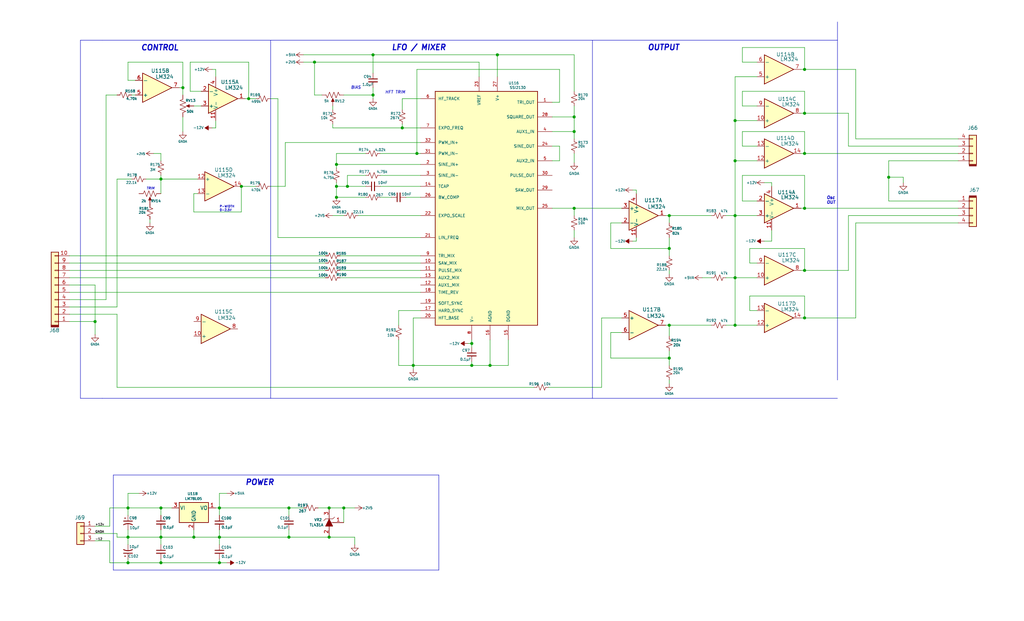
<source format=kicad_sch>
(kicad_sch (version 20231120) (generator "eeschema") (generator_version "8.0")
  (paper "USLegal")
  (title_block (title "Synth #2") (date "2023-07-27") (rev "0.1") (company "      MLE Tech                  Cedar Park, TX") (comment 2 "In Development"))
  (lib_symbols
    (symbol "Amplifier_Operational:LM324" (pin_names (offset 0.127))
      (property "Reference" "U" (at 0 5.08 0))
      (property "Value" "LM324" (at 0 -5.08 0))
      (symbol "LM324_1_1"
        (pin output line (at 7.62 0 180) (length 2.54) (name "~") (number "1"))
        (pin input line (at -7.62 -2.54 0) (length 2.54) (name "-") (number "2"))
        (pin input line (at -7.62 2.54 0) (length 2.54) (name "+") (number "3"))
      )
      (symbol "LM324_2_1"
        (pin input line (at -7.62 2.54 0) (length 2.54) (name "+") (number "5"))
        (pin input line (at -7.62 -2.54 0) (length 2.54) (name "-") (number "6"))
        (pin output line (at 7.62 0 180) (length 2.54) (name "~") (number "7"))
      )
      (symbol "LM324_3_1"
        (pin input line (at -7.62 2.54 0) (length 2.54) (name "+") (number "10"))
        (pin output line (at 7.62 0 180) (length 2.54) (name "~") (number "8"))
        (pin input line (at -7.62 -2.54 0) (length 2.54) (name "-") (number "9"))
      )
      (symbol "LM324_4_1"
        (pin input line (at -7.62 2.54 0) (length 2.54) (name "+") (number "12"))
        (pin input line (at -7.62 -2.54 0) (length 2.54) (name "-") (number "13"))
        (pin output line (at 7.62 0 180) (length 2.54) (name "~") (number "14"))
      )
      (symbol "LM324_5_1"
        (pin power_in line (at -2.54 -7.62 90) (length 3.81) (name "V-") (number "11"))
        (pin power_in line (at -2.54 7.62 270) (length 3.81) (name "V+") (number "4"))
      )
    )
    (symbol "Amplifier_Operational:LM324A" (pin_names (offset 0.127))
      (property "Reference" "U" (at 0 5.08 0))
      (property "Value" "LM324A" (at 0 -5.08 0))
      (symbol "LM324A_1_1"
        (pin output line (at 7.62 0 180) (length 2.54) (name "~") (number "1"))
        (pin input line (at -7.62 -2.54 0) (length 2.54) (name "-") (number "2"))
        (pin input line (at -7.62 2.54 0) (length 2.54) (name "+") (number "3"))
      )
      (symbol "LM324A_2_1"
        (pin input line (at -7.62 2.54 0) (length 2.54) (name "+") (number "5"))
        (pin input line (at -7.62 -2.54 0) (length 2.54) (name "-") (number "6"))
        (pin output line (at 7.62 0 180) (length 2.54) (name "~") (number "7"))
      )
      (symbol "LM324A_3_1"
        (pin input line (at -7.62 2.54 0) (length 2.54) (name "+") (number "10"))
        (pin output line (at 7.62 0 180) (length 2.54) (name "~") (number "8"))
        (pin input line (at -7.62 -2.54 0) (length 2.54) (name "-") (number "9"))
      )
      (symbol "LM324A_4_1"
        (pin input line (at -7.62 2.54 0) (length 2.54) (name "+") (number "12"))
        (pin input line (at -7.62 -2.54 0) (length 2.54) (name "-") (number "13"))
        (pin output line (at 7.62 0 180) (length 2.54) (name "~") (number "14"))
      )
      (symbol "LM324A_5_1"
        (pin power_in line (at -2.54 -7.62 90) (length 3.81) (name "V-") (number "11"))
        (pin power_in line (at -2.54 7.62 270) (length 3.81) (name "V+") (number "4"))
      )
    )
    (symbol "Connector_Generic:Conn_01x03" (pin_names (offset 1.016) hide)
      (property "Reference" "J" (at 0 5.08 0))
      (property "Value" "Conn_01x03" (at 0 -5.08 0))
      (symbol "Conn_01x03_1_1"
        (pin passive line (at -5.08 2.54 0) (length 3.81) (name "Pin_1") (number "1"))
        (pin passive line (at -5.08 0 0) (length 3.81) (name "Pin_2") (number "2"))
        (pin passive line (at -5.08 -2.54 0) (length 3.81) (name "Pin_3") (number "3"))
      )
    )
    (symbol "Connector_keyed_kicad_sym:Conn_01x04" (pin_names (offset 1.016) hide)
      (property "Reference" "J" (at -0.6858 5.588 0))
      (property "Value" "Conn_01x04" (at -0.1524 -7.9502 0))
      (symbol "Conn_01x04_1_1"
        (pin passive line (at -5.08 2.54 0) (length 3.81) (name "Pin_1") (number "1"))
        (pin passive line (at -5.08 0 0) (length 3.81) (name "Pin_2") (number "2"))
        (pin passive line (at -5.08 -2.54 0) (length 3.81) (name "Pin_3") (number "3"))
        (pin passive line (at -5.08 -5.08 0) (length 3.81) (name "Pin_4") (number "4"))
      )
    )
    (symbol "Connector_keyed_kicad_sym:Conn_01x10h" (pin_names (offset 1.016) hide)
      (property "Reference" "J28" (at 0 13.97 0))
      (symbol "Conn_01x10h_1_1"
        (pin passive line (at -5.08 10.16 0) (length 3.81) (name "Pin_1") (number "1"))
        (pin passive line (at -5.08 -12.7 0) (length 3.81) (name "Pin_10") (number "10"))
        (pin passive line (at -5.08 7.62 0) (length 3.81) (name "Pin_2") (number "2"))
        (pin passive line (at -5.08 5.08 0) (length 3.81) (name "Pin_3") (number "3"))
        (pin passive line (at -5.08 2.54 0) (length 3.81) (name "Pin_4") (number "4"))
        (pin passive line (at -5.08 0 0) (length 3.81) (name "Pin_5") (number "5"))
        (pin passive line (at -5.08 -2.54 0) (length 3.81) (name "Pin_6") (number "6"))
        (pin passive line (at -5.08 -5.08 0) (length 3.81) (name "Pin_7") (number "7"))
        (pin passive line (at -5.08 -7.62 0) (length 3.81) (name "Pin_8") (number "8"))
        (pin passive line (at -5.08 -10.16 0) (length 3.81) (name "Pin_9") (number "9"))
      )
    )
    (symbol "Device:C_Polarized_Small_US" (pin_numbers hide) (pin_names (offset 0.254) hide)
      (property "Reference" "C" (at 0.254 1.778 0))
      (property "Value" "C_Polarized_Small_US" (at 0.254 -2.032 0))
      (symbol "C_Polarized_Small_US_1_1"
        (pin passive line (at 0 2.54 270) (length 2.032) (name "~") (number "1"))
        (pin passive line (at 0 -2.54 90) (length 2.032) (name "~") (number "2"))
      )
    )
    (symbol "Device:C_Small" (pin_numbers hide) (pin_names (offset 0.254) hide)
      (property "Reference" "C" (at 0.254 1.778 0))
      (property "Value" "C_Small" (at 0.254 -2.032 0))
      (symbol "C_Small_1_1"
        (pin passive line (at 0 2.54 270) (length 2.032) (name "~") (number "1"))
        (pin passive line (at 0 -2.54 90) (length 2.032) (name "~") (number "2"))
      )
    )
    (symbol "Device:R_Potentiometer_US" (pin_names (offset 1.016) hide)
      (property "Reference" "RV4" (at -1.0668 0.7874 0))
      (property "Value" "5k" (at -1.6256 -0.9906 0))
      (symbol "R_Potentiometer_US_1_1"
        (pin passive line (at 0 3.81 270) (length 1.27) (name "1") (number ""))
        (pin passive line (at 3.81 0 180) (length 1.27) (name "2") (number ""))
        (pin passive line (at 0 -3.81 90) (length 1.27) (name "3") (number ""))
      )
    )
    (symbol "Device:R_Small_US" (pin_numbers hide) (pin_names (offset 0.254) hide)
      (property "Reference" "R" (at 0.762 0.508 0))
      (property "Value" "R_Small_US" (at 0.762 -1.016 0))
      (symbol "R_Small_US_1_1"
        (pin passive line (at 0 2.54 270) (length 1.016) (name "~") (number "1"))
        (pin passive line (at 0 -2.54 90) (length 1.016) (name "~") (number "2"))
      )
    )
    (symbol "Regulator_Linear:LM78L05_TO92" (pin_names (offset 0.254))
      (property "Reference" "U" (at -3.81 3.175 0))
      (property "Value" "LM78L05_TO92" (at 0 3.175 0))
      (symbol "LM78L05_TO92_1_1"
        (pin power_out line (at 7.62 0 180) (length 2.54) (name "VO") (number "1"))
        (pin power_in line (at 0 -7.62 90) (length 2.54) (name "GND") (number "2"))
        (pin power_in line (at -7.62 0 0) (length 2.54) (name "VI") (number "3"))
      )
    )
    (symbol "SSI2130:SSI2130" (pin_names (offset 1.016))
      (property "Reference" "U109" (at 9.4996 43.5102 0))
      (property "Value" "SSI2130" (at 10.8966 41.9354 0))
      (symbol "SSI2130_0_0"
        (pin output line (at 22.86 36.83 180) (length 5.08) (name "TRI_OUT") (number "1"))
        (pin input line (at -22.86 -19.05 0) (length 5.08) (name "SAW_MIX") (number "10"))
        (pin input line (at -22.86 -21.59 0) (length 5.08) (name "PULSE_MIX") (number "11"))
        (pin input line (at -22.86 -26.67 0) (length 5.08) (name "AUX1_MIX") (number "12"))
        (pin input line (at -22.86 -24.13 0) (length 5.08) (name "AUX2_MIX") (number "13"))
        (pin input line (at -22.86 7.62 0) (length 5.08) (name "TCAP") (number "14"))
        (pin power_in line (at 7.62 -45.72 90) (length 5.08) (name "DGND") (number "15"))
        (pin power_in line (at 1.27 -45.72 90) (length 5.08) (name "AGND") (number "16"))
        (pin input line (at -22.86 -35.56 0) (length 5.08) (name "HARD_SYNC") (number "17"))
        (pin input line (at -22.86 -29.21 0) (length 5.08) (name "TIME_REV") (number "18"))
        (pin input line (at -22.86 -33.02 0) (length 5.08) (name "SOFT_SYNC") (number "19"))
        (pin input line (at -22.86 15.24 0) (length 5.08) (name "SINE_IN+") (number "2"))
        (pin input line (at -22.86 -38.1 0) (length 5.08) (name "HFT_BASE") (number "20"))
        (pin input line (at -22.86 -10.16 0) (length 5.08) (name "LIN_FREQ") (number "21"))
        (pin input line (at -22.86 -2.54 0) (length 5.08) (name "EXPO_SCALE") (number "22"))
        (pin input line (at -2.54 45.72 270) (length 5.08) (name "VREF") (number "23"))
        (pin output line (at 22.86 21.59 180) (length 5.08) (name "SINE_OUT") (number "24"))
        (pin output line (at 22.86 0 180) (length 5.08) (name "MIX_OUT") (number "25"))
        (pin input line (at -22.86 3.81 0) (length 5.08) (name "BW_COMP") (number "26"))
        (pin power_in line (at 3.81 45.72 270) (length 5.08) (name "V+") (number "27"))
        (pin output line (at 22.86 31.75 180) (length 5.08) (name "SQUARE_OUT") (number "28"))
        (pin output line (at 22.86 6.35 180) (length 5.08) (name "SAW_OUT") (number "29"))
        (pin input line (at -22.86 11.43 0) (length 5.08) (name "SINE_IN-") (number "3"))
        (pin output line (at 22.86 11.43 180) (length 5.08) (name "PULSE_OUT") (number "30"))
        (pin input line (at -22.86 19.05 0) (length 5.08) (name "PWM_IN-") (number "31"))
        (pin input line (at -22.86 22.86 0) (length 5.08) (name "PWM_IN+") (number "32"))
        (pin input line (at 22.86 26.67 180) (length 5.08) (name "AUX1_IN") (number "4"))
        (pin input line (at 22.86 16.51 180) (length 5.08) (name "AUX2_IN") (number "5"))
        (pin output line (at -22.86 38.1 0) (length 5.08) (name "HF_TRACK") (number "6"))
        (pin input line (at -22.86 27.94 0) (length 5.08) (name "EXPO_FREQ") (number "7"))
        (pin power_in line (at -5.08 -45.72 90) (length 5.08) (name "V-") (number "8"))
        (pin input line (at -22.86 -16.51 0) (length 5.08) (name "TRI_MIX") (number "9"))
      )
    )
    (symbol "dk_PMIC-Voltage-Reference:TL431CLPM" (pin_names (offset 0) hide)
      (property "Reference" "VR" (at -2.54 3.175 0))
      (property "Value" "TL431CLPM" (at -5.715 0 90))
      (symbol "TL431CLPM_1_1"
        (pin passive line (at 5.08 0 180) (length 3.81) (name "REF") (number "1"))
        (pin passive line (at 0 -5.08 90) (length 3.81) (name "A") (number "2"))
        (pin passive line (at 0 5.08 270) (length 3.81) (name "K") (number "3"))
      )
    )
    (symbol "power:+12V" (power) (pin_names (offset 0))
      (property "Value" "+12V" (at 0 3.556 0))
      (symbol "+12V_1_1"
        (pin power_in line (at 0 0 90) (length 0) hide (name "+12V") (number "1"))
      )
    )
    (symbol "power:+2V5" (power) (pin_names (offset 0))
      (property "Value" "+2V5" (at 0 3.556 0))
      (symbol "+2V5_1_1"
        (pin power_in line (at 0 0 90) (length 0) hide (name "+2V5") (number "1"))
      )
    )
    (symbol "power:+5VA" (power) (pin_names (offset 0))
      (property "Value" "+5VA" (at 0 3.556 0))
      (symbol "+5VA_1_1"
        (pin power_in line (at 0 0 90) (length 0) hide (name "+5VA") (number "1"))
      )
    )
    (symbol "power:-12V" (power) (pin_names (offset 0))
      (property "Value" "-12V" (at 0 3.81 0))
      (symbol "-12V_0_0"
        (pin power_in line (at 0 0 90) (length 0) hide (name "-12V") (number "1"))
      )
    )
    (symbol "power:GNDA" (power) (pin_names (offset 0))
      (property "Value" "GNDA" (at 0 -3.81 0))
      (symbol "GNDA_1_1"
        (pin power_in line (at 0 0 270) (length 0) hide (name "GNDA") (number "1"))
      )
    )
  )
  (junction (at 279.4 53.34))
  (junction (at 255.27 41.91))
  (junction (at 76.2 195.58))
  (junction (at 44.45 186.69))
  (junction (at 129.54 19.05))
  (junction (at 255.27 74.93))
  (junction (at 55.88 195.58))
  (junction (at 44.45 176.53))
  (junction (at 255.27 55.88))
  (junction (at 83.82 64.77))
  (junction (at 109.22 21.59))
  (junction (at 86.36 34.29))
  (junction (at 172.72 19.05))
  (junction (at 76.2 186.69))
  (junction (at 76.2 176.53))
  (junction (at 100.33 176.53))
  (junction (at 143.51 127))
  (junction (at 114.3 186.69))
  (junction (at 144.78 53.34))
  (junction (at 170.18 127))
  (junction (at 232.41 113.03))
  (junction (at 67.31 186.69))
  (junction (at 100.33 186.69))
  (junction (at 163.83 127))
  (junction (at 139.7 44.45))
  (junction (at 232.41 124.46))
  (junction (at 63.5 30.48))
  (junction (at 114.3 176.53))
  (junction (at 163.83 119.38))
  (junction (at 33.02 111.76))
  (junction (at 55.88 186.69))
  (junction (at 279.4 110.49))
  (junction (at 116.84 64.77))
  (junction (at 55.88 176.53))
  (junction (at 55.88 62.23))
  (junction (at 279.4 72.39))
  (junction (at 232.41 86.36))
  (junction (at 255.27 96.52))
  (junction (at 116.84 57.15))
  (junction (at 232.41 74.93))
  (junction (at 116.84 68.58))
  (junction (at 119.38 176.53))
  (junction (at 279.4 39.37))
  (junction (at 279.4 93.98))
  (junction (at 279.4 24.13))
  (junction (at 308.61 61.595))
  (junction (at 129.54 33.02))
  (junction (at 120.65 64.77))
  (junction (at 199.39 40.64))
  (junction (at 44.45 195.58))
  (junction (at 255.27 113.03))
  (junction (at 199.39 72.39))
  (junction (at 199.39 45.72))
  (wire (pts (xy 279.4 86.36) (xy 279.4 93.98)))
  (wire (pts (xy 265.43 63.5) (xy 267.97 63.5)))
  (wire (pts (xy 55.88 186.69) (xy 67.31 186.69)))
  (wire (pts (xy 262.89 96.52) (xy 255.27 96.52)))
  (wire (pts (xy 119.38 176.53) (xy 114.3 176.53)))
  (polyline (pts (xy 290.83 138.43) (xy 35.56 138.43)))
  (wire (pts (xy 55.88 194.31) (xy 55.88 195.58)))
  (wire (pts (xy 40.64 62.23) (xy 40.64 106.68)))
  (polyline (pts (xy 35.56 13.97) (xy 290.83 13.97)))
  (wire (pts (xy 257.81 60.96) (xy 257.81 69.85)))
  (wire (pts (xy 232.41 121.92) (xy 232.41 124.46)))
  (wire (pts (xy 144.78 24.13) (xy 194.31 24.13)))
  (wire (pts (xy 332.74 74.93) (xy 294.64 74.93)))
  (wire (pts (xy 115.57 44.45) (xy 139.7 44.45)))
  (wire (pts (xy 38.1 182.88) (xy 38.1 176.53)))
  (wire (pts (xy 55.88 62.23) (xy 68.58 62.23)))
  (wire (pts (xy 96.52 34.29) (xy 96.52 82.55)))
  (wire (pts (xy 127 60.96) (xy 120.65 60.96)))
  (wire (pts (xy 139.7 43.18) (xy 139.7 44.45)))
  (wire (pts (xy 138.43 118.11) (xy 138.43 127)))
  (wire (pts (xy 267.97 80.01) (xy 267.97 83.82)))
  (wire (pts (xy 24.13 101.6) (xy 146.05 101.6)))
  (polyline (pts (xy 35.56 13.97) (xy 27.94 13.97)))
  (wire (pts (xy 262.89 113.03) (xy 255.27 113.03)))
  (wire (pts (xy 294.64 50.8) (xy 294.64 39.37)))
  (wire (pts (xy 105.41 176.53) (xy 100.33 176.53)))
  (wire (pts (xy 76.2 195.58) (xy 78.74 195.58)))
  (wire (pts (xy 212.09 86.36) (xy 232.41 86.36)))
  (wire (pts (xy 260.35 107.95) (xy 262.89 107.95)))
  (wire (pts (xy 255.27 96.52) (xy 255.27 113.03)))
  (wire (pts (xy 135.89 68.58) (xy 132.08 68.58)))
  (wire (pts (xy 297.18 48.26) (xy 297.18 24.13)))
  (wire (pts (xy 255.27 74.93) (xy 255.27 96.52)))
  (wire (pts (xy 24.13 104.14) (xy 36.83 104.14)))
  (polyline (pts (xy 93.98 134.62) (xy 93.98 13.97)))
  (wire (pts (xy 76.2 184.15) (xy 76.2 186.69)))
  (wire (pts (xy 278.13 24.13) (xy 279.4 24.13)))
  (wire (pts (xy 63.5 40.64) (xy 63.5 45.72)))
  (wire (pts (xy 194.31 50.8) (xy 194.31 55.88)))
  (wire (pts (xy 33.02 99.06) (xy 24.13 99.06)))
  (wire (pts (xy 166.37 26.67) (xy 166.37 21.59)))
  (wire (pts (xy 163.83 127) (xy 163.83 125.73)))
  (wire (pts (xy 260.35 86.36) (xy 260.35 91.44)))
  (wire (pts (xy 67.31 36.83) (xy 69.85 36.83)))
  (wire (pts (xy 115.57 43.18) (xy 115.57 44.45)))
  (wire (pts (xy 232.41 74.93) (xy 247.015 74.93)))
  (wire (pts (xy 212.09 124.46) (xy 212.09 115.57)))
  (wire (pts (xy 143.51 110.49) (xy 143.51 127)))
  (wire (pts (xy 127 64.77) (xy 120.65 64.77)))
  (wire (pts (xy 48.26 171.45) (xy 44.45 171.45)))
  (wire (pts (xy 96.52 82.55) (xy 146.05 82.55)))
  (wire (pts (xy 38.1 176.53) (xy 44.45 176.53)))
  (wire (pts (xy 132.08 60.96) (xy 146.05 60.96)))
  (wire (pts (xy 144.78 53.34) (xy 144.78 24.13)))
  (wire (pts (xy 67.31 73.66) (xy 67.31 67.31)))
  (wire (pts (xy 313.69 63.5) (xy 313.69 61.595)))
  (wire (pts (xy 139.7 44.45) (xy 146.05 44.45)))
  (wire (pts (xy 194.31 35.56) (xy 194.31 24.13)))
  (wire (pts (xy 93.98 64.77) (xy 99.06 64.77)))
  (wire (pts (xy 199.39 36.83) (xy 199.39 40.64)))
  (wire (pts (xy 55.88 176.53) (xy 59.69 176.53)))
  (wire (pts (xy 257.81 31.75) (xy 257.81 36.83)))
  (wire (pts (xy 219.71 66.04) (xy 220.98 66.04)))
  (wire (pts (xy 191.77 45.72) (xy 199.39 45.72)))
  (wire (pts (xy 332.74 69.85) (xy 308.61 69.85)))
  (wire (pts (xy 118.11 91.44) (xy 146.05 91.44)))
  (wire (pts (xy 100.33 179.07) (xy 100.33 176.53)))
  (wire (pts (xy 24.13 91.44) (xy 113.03 91.44)))
  (wire (pts (xy 146.05 107.95) (xy 138.43 107.95)))
  (polyline (pts (xy 93.98 134.62) (xy 93.98 138.43)))
  (wire (pts (xy 67.31 186.69) (xy 76.2 186.69)))
  (wire (pts (xy 308.61 61.595) (xy 308.61 55.88)))
  (wire (pts (xy 83.82 64.77) (xy 83.82 73.66)))
  (wire (pts (xy 199.39 72.39) (xy 215.9 72.39)))
  (wire (pts (xy 127 53.34) (xy 116.84 53.34)))
  (wire (pts (xy 255.27 26.67) (xy 255.27 41.91)))
  (wire (pts (xy 260.35 86.36) (xy 279.4 86.36)))
  (wire (pts (xy 332.74 77.47) (xy 297.18 77.47)))
  (wire (pts (xy 144.78 53.34) (xy 146.05 53.34)))
  (wire (pts (xy 88.9 64.77) (xy 83.82 64.77)))
  (wire (pts (xy 24.13 96.52) (xy 113.03 96.52)))
  (wire (pts (xy 279.4 102.87) (xy 279.4 110.49)))
  (wire (pts (xy 279.4 39.37) (xy 279.4 31.75)))
  (wire (pts (xy 257.81 69.85) (xy 262.89 69.85)))
  (wire (pts (xy 114.3 186.69) (xy 100.33 186.69)))
  (wire (pts (xy 262.89 50.8) (xy 257.81 50.8)))
  (wire (pts (xy 232.41 77.47) (xy 232.41 74.93)))
  (wire (pts (xy 262.89 41.91) (xy 255.27 41.91)))
  (wire (pts (xy 50.8 62.23) (xy 55.88 62.23)))
  (wire (pts (xy 73.66 24.13) (xy 74.93 24.13)))
  (wire (pts (xy 116.84 53.34) (xy 116.84 57.15)))
  (wire (pts (xy 215.9 77.47) (xy 212.09 77.47)))
  (wire (pts (xy 278.13 72.39) (xy 279.4 72.39)))
  (wire (pts (xy 279.4 72.39) (xy 279.4 60.96)))
  (wire (pts (xy 67.31 67.31) (xy 68.58 67.31)))
  (wire (pts (xy 191.77 55.88) (xy 194.31 55.88)))
  (wire (pts (xy 294.64 74.93) (xy 294.64 93.98)))
  (wire (pts (xy 44.45 186.69) (xy 55.88 186.69)))
  (wire (pts (xy 132.08 64.77) (xy 146.05 64.77)))
  (wire (pts (xy 76.2 189.23) (xy 76.2 186.69)))
  (wire (pts (xy 232.41 124.46) (xy 212.09 124.46)))
  (wire (pts (xy 111.76 33.02) (xy 109.22 33.02)))
  (wire (pts (xy 199.39 80.01) (xy 199.39 82.55)))
  (wire (pts (xy 191.77 72.39) (xy 199.39 72.39)))
  (wire (pts (xy 232.41 86.36) (xy 232.41 88.9)))
  (wire (pts (xy 119.38 33.02) (xy 129.54 33.02)))
  (polyline (pts (xy 290.83 7.62) (xy 290.83 132.08)))
  (wire (pts (xy 146.05 34.29) (xy 139.7 34.29)))
  (wire (pts (xy 44.45 171.45) (xy 44.45 176.53)))
  (polyline (pts (xy 205.74 134.62) (xy 205.74 138.43)))
  (wire (pts (xy 24.13 109.22) (xy 40.64 109.22)))
  (polyline (pts (xy 152.4 198.12) (xy 152.4 165.1)))
  (wire (pts (xy 191.77 40.64) (xy 199.39 40.64)))
  (wire (pts (xy 257.81 21.59) (xy 262.89 21.59)))
  (wire (pts (xy 262.89 55.88) (xy 255.27 55.88)))
  (wire (pts (xy 36.83 104.14) (xy 36.83 33.02)))
  (wire (pts (xy 297.18 77.47) (xy 297.18 110.49)))
  (wire (pts (xy 38.1 187.96) (xy 33.02 187.96)))
  (wire (pts (xy 232.41 116.84) (xy 232.41 113.03)))
  (wire (pts (xy 88.9 34.29) (xy 86.36 34.29)))
  (wire (pts (xy 63.5 33.02) (xy 63.5 30.48)))
  (wire (pts (xy 308.61 61.595) (xy 308.61 69.85)))
  (wire (pts (xy 231.14 74.93) (xy 232.41 74.93)))
  (polyline (pts (xy 205.74 13.97) (xy 205.74 134.62)))
  (wire (pts (xy 129.54 34.29) (xy 129.54 33.02)))
  (wire (pts (xy 44.45 194.31) (xy 44.45 195.58)))
  (wire (pts (xy 172.72 19.05) (xy 172.72 26.67)))
  (wire (pts (xy 199.39 40.64) (xy 199.39 45.72)))
  (wire (pts (xy 129.54 19.05) (xy 105.41 19.05)))
  (wire (pts (xy 279.4 39.37) (xy 294.64 39.37)))
  (wire (pts (xy 44.45 27.94) (xy 46.99 27.94)))
  (wire (pts (xy 115.57 74.93) (xy 119.38 74.93)))
  (wire (pts (xy 260.35 91.44) (xy 262.89 91.44)))
  (wire (pts (xy 132.08 53.34) (xy 144.78 53.34)))
  (wire (pts (xy 24.13 93.98) (xy 113.03 93.98)))
  (wire (pts (xy 252.095 96.52) (xy 255.27 96.52)))
  (wire (pts (xy 44.45 21.59) (xy 63.5 21.59)))
  (polyline (pts (xy 27.94 13.97) (xy 27.94 138.43)))
  (wire (pts (xy 257.81 36.83) (xy 262.89 36.83)))
  (wire (pts (xy 208.915 110.49) (xy 215.9 110.49)))
  (wire (pts (xy 55.88 55.88) (xy 55.88 53.34)))
  (wire (pts (xy 199.39 19.05) (xy 172.72 19.05)))
  (wire (pts (xy 55.88 53.34) (xy 53.34 53.34)))
  (wire (pts (xy 143.51 127) (xy 163.83 127)))
  (wire (pts (xy 40.64 109.22) (xy 40.64 134.62)))
  (wire (pts (xy 86.36 34.29) (xy 85.09 34.29)))
  (wire (pts (xy 99.06 49.53) (xy 99.06 64.77)))
  (wire (pts (xy 116.84 63.5) (xy 116.84 64.77)))
  (wire (pts (xy 143.51 128.27) (xy 143.51 127)))
  (wire (pts (xy 118.11 93.98) (xy 146.05 93.98)))
  (wire (pts (xy 44.45 186.69) (xy 44.45 189.23)))
  (wire (pts (xy 139.7 34.29) (xy 139.7 38.1)))
  (wire (pts (xy 33.02 111.76) (xy 33.02 116.205)))
  (wire (pts (xy 138.43 107.95) (xy 138.43 113.03)))
  (wire (pts (xy 40.64 186.69) (xy 44.45 186.69)))
  (wire (pts (xy 163.83 118.11) (xy 163.83 119.38)))
  (wire (pts (xy 232.41 113.03) (xy 231.14 113.03)))
  (wire (pts (xy 265.43 83.82) (xy 267.97 83.82)))
  (wire (pts (xy 162.56 119.38) (xy 163.83 119.38)))
  (wire (pts (xy 199.39 53.34) (xy 199.39 56.515)))
  (wire (pts (xy 220.98 82.55) (xy 220.98 83.82)))
  (wire (pts (xy 73.66 44.45) (xy 74.93 44.45)))
  (wire (pts (xy 199.39 74.93) (xy 199.39 72.39)))
  (wire (pts (xy 76.2 176.53) (xy 100.33 176.53)))
  (wire (pts (xy 76.2 171.45) (xy 78.74 171.45)))
  (wire (pts (xy 76.2 186.69) (xy 100.33 186.69)))
  (wire (pts (xy 279.4 60.96) (xy 257.81 60.96)))
  (wire (pts (xy 279.4 72.39) (xy 332.74 72.39)))
  (wire (pts (xy 66.04 31.75) (xy 69.85 31.75)))
  (polyline (pts (xy 39.37 165.1) (xy 39.37 198.12)))
  (wire (pts (xy 313.69 61.595) (xy 308.61 61.595)))
  (wire (pts (xy 66.04 21.59) (xy 86.36 21.59)))
  (wire (pts (xy 120.65 64.77) (xy 116.84 64.77)))
  (wire (pts (xy 66.04 31.75) (xy 66.04 21.59)))
  (wire (pts (xy 55.88 62.23) (xy 55.88 67.31)))
  (wire (pts (xy 44.45 184.15) (xy 44.45 186.69)))
  (wire (pts (xy 176.53 127) (xy 170.18 127)))
  (wire (pts (xy 116.84 57.15) (xy 146.05 57.15)))
  (wire (pts (xy 332.74 48.26) (xy 297.18 48.26)))
  (wire (pts (xy 119.38 176.53) (xy 123.19 176.53)))
  (wire (pts (xy 123.19 189.23) (xy 123.19 186.69)))
  (wire (pts (xy 76.2 179.07) (xy 76.2 176.53)))
  (wire (pts (xy 255.27 55.88) (xy 255.27 74.93)))
  (wire (pts (xy 297.18 110.49) (xy 279.4 110.49)))
  (wire (pts (xy 129.54 33.02) (xy 129.54 30.48)))
  (wire (pts (xy 143.51 110.49) (xy 146.05 110.49)))
  (wire (pts (xy 297.18 24.13) (xy 279.4 24.13)))
  (wire (pts (xy 279.4 45.72) (xy 279.4 53.34)))
  (wire (pts (xy 38.1 195.58) (xy 44.45 195.58)))
  (wire (pts (xy 127 68.58) (xy 116.84 68.58)))
  (wire (pts (xy 172.72 19.05) (xy 129.54 19.05)))
  (wire (pts (xy 76.2 194.31) (xy 76.2 195.58)))
  (wire (pts (xy 115.57 38.1) (xy 115.57 36.83)))
  (wire (pts (xy 199.39 45.72) (xy 199.39 48.26)))
  (wire (pts (xy 33.02 185.42) (xy 40.64 185.42)))
  (wire (pts (xy 279.4 16.51) (xy 279.4 24.13)))
  (wire (pts (xy 118.11 88.9) (xy 146.05 88.9)))
  (wire (pts (xy 116.84 64.77) (xy 116.84 68.58)))
  (wire (pts (xy 176.53 118.11) (xy 176.53 127)))
  (wire (pts (xy 332.74 53.34) (xy 279.4 53.34)))
  (wire (pts (xy 55.88 184.15) (xy 55.88 186.69)))
  (wire (pts (xy 55.88 195.58) (xy 44.45 195.58)))
  (polyline (pts (xy 39.37 198.12) (xy 152.4 198.12)))
  (wire (pts (xy 109.22 33.02) (xy 109.22 21.59)))
  (polyline (pts (xy 39.37 165.1) (xy 152.4 165.1)))
  (wire (pts (xy 118.11 96.52) (xy 146.05 96.52)))
  (wire (pts (xy 255.27 41.91) (xy 255.27 55.88)))
  (wire (pts (xy 100.33 184.15) (xy 100.33 186.69)))
  (wire (pts (xy 67.31 184.15) (xy 67.31 186.69)))
  (wire (pts (xy 109.22 21.59) (xy 166.37 21.59)))
  (wire (pts (xy 278.13 93.98) (xy 279.4 93.98)))
  (wire (pts (xy 232.41 93.98) (xy 232.41 95.25)))
  (wire (pts (xy 74.93 41.91) (xy 74.93 44.45)))
  (wire (pts (xy 67.31 73.66) (xy 83.82 73.66)))
  (wire (pts (xy 257.81 45.72) (xy 279.4 45.72)))
  (wire (pts (xy 33.02 182.88) (xy 38.1 182.88)))
  (wire (pts (xy 40.64 185.42) (xy 40.64 186.69)))
  (wire (pts (xy 33.02 99.06) (xy 33.02 111.76)))
  (wire (pts (xy 278.13 110.49) (xy 279.4 110.49)))
  (wire (pts (xy 110.49 176.53) (xy 114.3 176.53)))
  (wire (pts (xy 52.07 76.2) (xy 52.07 77.47)))
  (wire (pts (xy 93.98 34.29) (xy 96.52 34.29)))
  (wire (pts (xy 55.88 60.96) (xy 55.88 62.23)))
  (wire (pts (xy 191.77 50.8) (xy 194.31 50.8)))
  (wire (pts (xy 208.915 134.62) (xy 190.5 134.62)))
  (wire (pts (xy 232.41 133.35) (xy 232.41 132.08)))
  (wire (pts (xy 232.41 127) (xy 232.41 124.46)))
  (wire (pts (xy 199.39 31.75) (xy 199.39 19.05)))
  (wire (pts (xy 163.83 119.38) (xy 163.83 120.65)))
  (wire (pts (xy 267.97 63.5) (xy 267.97 64.77)))
  (wire (pts (xy 232.41 82.55) (xy 232.41 86.36)))
  (wire (pts (xy 24.13 88.9) (xy 113.03 88.9)))
  (wire (pts (xy 124.46 74.93) (xy 146.05 74.93)))
  (wire (pts (xy 279.4 31.75) (xy 257.81 31.75)))
  (wire (pts (xy 55.88 179.07) (xy 55.88 176.53)))
  (wire (pts (xy 119.38 181.61) (xy 119.38 176.53)))
  (wire (pts (xy 44.45 27.94) (xy 44.45 21.59)))
  (wire (pts (xy 208.915 134.62) (xy 208.915 110.49)))
  (wire (pts (xy 279.4 102.87) (xy 260.35 102.87)))
  (wire (pts (xy 76.2 195.58) (xy 55.88 195.58)))
  (wire (pts (xy 74.93 176.53) (xy 76.2 176.53)))
  (wire (pts (xy 45.72 33.02) (xy 46.99 33.02)))
  (wire (pts (xy 40.64 134.62) (xy 185.42 134.62)))
  (wire (pts (xy 257.81 50.8) (xy 257.81 45.72)))
  (wire (pts (xy 220.98 67.31) (xy 220.98 66.04)))
  (wire (pts (xy 86.36 21.59) (xy 86.36 34.29)))
  (wire (pts (xy 170.18 118.11) (xy 170.18 127)))
  (wire (pts (xy 212.09 77.47) (xy 212.09 86.36)))
  (wire (pts (xy 243.84 96.52) (xy 247.015 96.52)))
  (wire (pts (xy 262.89 26.67) (xy 255.27 26.67)))
  (wire (pts (xy 252.095 113.03) (xy 255.27 113.03)))
  (wire (pts (xy 44.45 176.53) (xy 55.88 176.53)))
  (wire (pts (xy 120.65 60.96) (xy 120.65 64.77)))
  (wire (pts (xy 260.35 102.87) (xy 260.35 107.95)))
  (wire (pts (xy 262.89 74.93) (xy 255.27 74.93)))
  (wire (pts (xy 116.84 57.15) (xy 116.84 58.42)))
  (wire (pts (xy 332.74 50.8) (xy 294.64 50.8)))
  (wire (pts (xy 278.13 53.34) (xy 279.4 53.34)))
  (wire (pts (xy 38.1 187.96) (xy 38.1 195.58)))
  (wire (pts (xy 247.015 113.03) (xy 232.41 113.03)))
  (wire (pts (xy 99.06 49.53) (xy 146.05 49.53)))
  (wire (pts (xy 63.5 21.59) (xy 63.5 30.48)))
  (wire (pts (xy 76.2 176.53) (xy 76.2 171.45)))
  (wire (pts (xy 191.77 35.56) (xy 194.31 35.56)))
  (wire (pts (xy 24.13 106.68) (xy 40.64 106.68)))
  (wire (pts (xy 36.83 33.02) (xy 40.64 33.02)))
  (wire (pts (xy 129.54 19.05) (xy 129.54 25.4)))
  (wire (pts (xy 105.41 21.59) (xy 109.22 21.59)))
  (wire (pts (xy 170.18 127) (xy 163.83 127)))
  (wire (pts (xy 212.09 115.57) (xy 215.9 115.57)))
  (wire (pts (xy 140.97 68.58) (xy 146.05 68.58)))
  (polyline (pts (xy 35.56 138.43) (xy 27.94 138.43)))
  (wire (pts (xy 252.095 74.93) (xy 255.27 74.93)))
  (wire (pts (xy 219.71 83.82) (xy 220.98 83.82)))
  (wire (pts (xy 62.23 30.48) (xy 63.5 30.48)))
  (wire (pts (xy 123.19 186.69) (xy 114.3 186.69)))
  (wire (pts (xy 278.13 39.37) (xy 279.4 39.37)))
  (wire (pts (xy 279.4 93.98) (xy 294.64 93.98)))
  (wire (pts (xy 45.72 62.23) (xy 40.64 62.23)))
  (wire (pts (xy 257.81 16.51) (xy 257.81 21.59)))
  (wire (pts (xy 44.45 176.53) (xy 44.45 179.07)))
  (wire (pts (xy 138.43 127) (xy 143.51 127)))
  (wire (pts (xy 257.81 16.51) (xy 279.4 16.51)))
  (wire (pts (xy 24.13 111.76) (xy 33.02 111.76)))
  (wire (pts (xy 332.74 55.88) (xy 308.61 55.88)))
  (wire (pts (xy 74.93 26.67) (xy 74.93 24.13)))
  (wire (pts (xy 55.88 189.23) (xy 55.88 186.69)))
  (text "Osc\nOUT" (at 287.02 71.12 0) (effects (font (size 1.016 1.016) (thickness 0.2032) (bold yes) (italic yes)) (justify left bottom)))
  (text "_{HFT TRIM}" (at 133.7056 32.7152 0) (effects (font (size 1.27 1.27) (italic yes)) (justify left bottom)))
  (text "LFO / MIXER" (at 135.89 17.78 0) (effects (font (size 1.905 1.905) (bold yes) (italic yes)) (justify left bottom)))
  (text "CONTROL" (at 48.8404 17.8608 0) (effects (font (size 1.905 1.905) (bold yes) (italic yes)) (justify left bottom)))
  (text "_{TRIM}" (at 50.8 66.04 0) (effects (font (size 1.016 1.016) (italic yes)) (justify left bottom)))
  (text "0-2.5V" (at 76.2 73.66 0) (effects (font (size 0.762 0.762)) (justify left bottom)))
  (text "_{BIAS}" (at 121.8184 31.0642 0) (effects (font (size 1.27 1.27) (italic yes)) (justify left bottom)))
  (text "P-WIDTH" (at 76.2 72.39 0) (effects (font (size 0.762 0.762)) (justify left bottom)))
  (text "POWER" (at 85.09 168.91 0) (effects (font (size 1.905 1.905) (bold yes) (italic yes)) (justify left bottom)))
  (text "OUTPUT\n" (at 224.79 17.78 0) (effects (font (size 1.905 1.905) (bold yes) (italic yes)) (justify left bottom)))
  (label "GNDA" (at 33.02 185.42 0) (effects (font (size 0.762 0.762))))
  (label "-12" (at 33.02 187.96 0) (effects (font (size 0.762 0.762))))
  (label "+12v" (at 33.02 182.88 0) (effects (font (size 0.762 0.762))))
  (symbol (lib_id "power:GNDA") (at 129.54 34.29 0) (unit 1)
    (property "Reference" "#PWR0144" (effects (hide yes)))
    (property "Value" "GNDA" (at 129.4892 37.7444 0) (effects (font (size 0.762 0.762))))
  )
  (symbol (lib_id "power:-12V") (at 265.43 83.82 90) (mirror x) (unit 1)
    (property "Reference" "#PWR0157" (effects (hide yes)))
    (property "Value" "-12V" (at 262.5344 83.7438 90) (effects (font (size 0.889 0.889)) (justify left)))
  )
  (symbol (lib_id "power:-12V") (at 162.56 119.38 90) (unit 1)
    (property "Reference" "#PWR0161" (effects (hide yes)))
    (property "Value" "-12V" (at 159.6136 119.4054 90) (effects (font (size 0.889 0.889)) (justify left)))
  )
  (symbol (lib_id "Amplifier_Operational:LM324A") (at 77.47 34.29 0) (mirror x) (unit 1)
    (property "Reference" "U115" (at 79.8004 28.51 0))
    (property "Value" "LM324" (at 81.28 30.48 0))
    (property "Datasheet" "http://www.ti.com/lit/ds/symlink/lm2902-n.pdf" (effects (hide yes)))
  )
  (symbol (lib_id "power:GNDA") (at 232.41 133.35 0) (unit 1)
    (property "Reference" "#PWR0163" (effects (hide yes)))
    (property "Value" "GNDA" (at 232.3592 136.8044 0) (effects (font (size 0.762 0.762))))
  )
  (symbol (lib_id "Amplifier_Operational:LM324A") (at 74.93 114.3 0) (mirror x) (unit 3)
    (property "Reference" "U115" (at 77.6685 108.3063 0))
    (property "Value" "LM324" (at 78.74 110.49 0))
    (property "Datasheet" "http://www.ti.com/lit/ds/symlink/lm2902-n.pdf" (effects (hide yes)))
  )
  (symbol (lib_id "Amplifier_Operational:LM324A") (at 54.61 30.48 0) (mirror x) (unit 2)
    (property "Reference" "U115" (at 55.6631 24.5994 0))
    (property "Value" "LM324" (at 57.15 26.67 0))
    (property "Datasheet" "http://www.ti.com/lit/ds/symlink/lm2902-n.pdf" (effects (hide yes)))
  )
  (symbol (lib_id "power:+12V") (at 219.71 66.04 90) (mirror x) (unit 1)
    (property "Reference" "#PWR0151" (effects (hide yes)))
    (property "Value" "+12V" (at 217.17 66.04 90) (effects (font (size 0.889 0.889)) (justify left)))
  )
  (symbol (lib_id "Device:R_Small_US") (at 199.39 50.8 0) (unit 1)
    (property "Reference" "R173" (at 200.66 49.53 0) (effects (font (size 0.889 0.889)) (justify left)))
    (property "Value" "20k" (at 200.66 50.8 0) (effects (font (size 0.889 0.889)) (justify left)))
  )
  (symbol (lib_id "power:GNDA") (at 199.39 56.515 0) (unit 1)
    (property "Reference" "#PWR0148" (effects (hide yes)))
    (property "Value" "GNDA" (at 199.39 60.325 0) (effects (font (size 0.889 0.889))))
  )
  (symbol (lib_id "power:+5VA") (at 105.41 19.05 90) (unit 1)
    (property "Reference" "#PWR0141" (effects (hide yes)))
    (property "Value" "+5VA" (at 102.6668 19.05 90) (effects (font (size 0.889 0.889)) (justify left)))
  )
  (symbol (lib_id "Device:R_Small_US") (at 121.92 74.93 90) (unit 1)
    (property "Reference" "R182" (at 118.6165 73.6918 90) (effects (font (size 0.889 0.889))))
    (property "Value" "22.1k" (at 124.46 73.66 90) (effects (font (size 0.889 0.889))))
  )
  (symbol (lib_id "Device:R_Small_US") (at 48.26 62.23 90) (unit 1)
    (property "Reference" "R178" (at 45.847 60.8584 90) (effects (font (size 0.889 0.889))))
    (property "Value" "22.1k" (at 45.6438 63.4492 90) (effects (font (size 0.889 0.889))))
  )
  (symbol (lib_id "Amplifier_Operational:LM324A") (at 77.47 34.29 0) (unit 5)
    (property "Reference" "U115" (effects (hide yes)))
    (property "Value" "LM324" (effects (hide yes)))
    (property "Datasheet" "http://www.ti.com/lit/ds/symlink/lm2902-n.pdf" (effects (hide yes)))
  )
  (symbol (lib_id "Device:R_Small_US") (at 43.18 33.02 90) (unit 1)
    (property "Reference" "R168" (at 45.2314 31.6623 90) (effects (font (size 0.889 0.889))))
    (property "Value" "4.70k" (at 45.72 34.29 90) (effects (font (size 0.889 0.889))))
  )
  (symbol (lib_id "power:+12V") (at 73.66 24.13 90) (mirror x) (unit 1)
    (property "Reference" "#PWR0143" (effects (hide yes)))
    (property "Value" "+12V" (at 71.12 24.13 90) (effects (font (size 0.889 0.889)) (justify left)))
  )
  (symbol (lib_id "Device:R_Small_US") (at 232.41 129.54 0) (unit 1)
    (property "Reference" "R195" (at 235.4522 128.2205 0) (effects (font (size 0.889 0.889))))
    (property "Value" "20k" (at 234.95 129.54 0) (effects (font (size 0.889 0.889))))
  )
  (symbol (lib_id "Device:R_Small_US") (at 107.95 176.53 90) (unit 1)
    (property "Reference" "R197" (at 105.0798 175.641 90) (effects (font (size 0.889 0.889))))
    (property "Value" "267" (at 105.0798 177.5968 90) (effects (font (size 0.889 0.889))))
  )
  (symbol (lib_id "Device:R_Small_US") (at 91.44 64.77 90) (unit 1)
    (property "Reference" "R179" (at 88.5522 63.6116 90) (effects (font (size 0.889 0.889))))
    (property "Value" "470k" (at 88.9 66.04 90) (effects (font (size 0.889 0.889))))
  )
  (symbol (lib_id "power:GNDA") (at 63.5 45.72 0) (unit 1)
    (property "Reference" "#PWR0146" (effects (hide yes)))
    (property "Value" "GNDA" (at 63.4492 49.1744 0) (effects (font (size 0.762 0.762))))
  )
  (symbol (lib_id "Amplifier_Operational:LM324") (at 270.51 110.49 0) (mirror x) (unit 4)
    (property "Reference" "U117" (at 273.2537 105.5422 0))
    (property "Value" "LM324" (at 274.324 107.518 0))
    (property "Datasheet" "http://www.ti.com/lit/ds/symlink/lm2902-n.pdf" (effects (hide yes)))
  )
  (symbol (lib_id "Amplifier_Operational:LM324") (at 270.51 93.98 0) (mirror x) (unit 3)
    (property "Reference" "U117" (at 273.3323 88.5455 0))
    (property "Value" "LM324" (at 274.6472 90.4893 0))
    (property "Datasheet" "http://www.ti.com/lit/ds/symlink/lm2902-n.pdf" (effects (hide yes)))
  )
  (symbol (lib_id "Device:R_Small_US") (at 55.88 58.42 0) (unit 1)
    (property "Reference" "R175" (at 52.0446 57.2262 0) (effects (font (size 0.889 0.889)) (justify left)))
    (property "Value" "3M" (at 52.0446 58.9788 0) (effects (font (size 0.889 0.889)) (justify left)))
  )
  (symbol (lib_id "Device:C_Small") (at 163.83 123.19 0) (unit 1)
    (property "Reference" "C97" (at 160.4518 121.7676 0) (effects (font (size 0.889 0.889)) (justify left)))
    (property "Value" "0.1µF" (at 159.7152 124.8664 0) (effects (font (size 0.889 0.889)) (justify left)))
  )
  (symbol (lib_id "Device:C_Polarized_Small_US") (at 44.45 181.61 0) (unit 1)
    (property "Reference" "C98" (at 44.831 180.0352 0) (effects (font (size 0.889 0.889)) (justify left)))
    (property "Value" "10µF" (at 45.0088 183.4388 0) (effects (font (size 0.889 0.889)) (justify left)))
  )
  (symbol (lib_name "Device:R_Potentiometer_US") (lib_id "Device:R_Potentiometer_US") (at 52.07 67.31 270) (unit 1)
    (property "Reference" "RV14" (at 55.88 69.85 90) (effects (font (size 0.889 0.889)) (justify right)))
    (property "Value" "2k" (at 50.8 69.85 90) (effects (font (size 0.889 0.889)) (justify right)))
  )
  (symbol (lib_id "power:+2V5") (at 105.41 21.59 90) (unit 1)
    (property "Reference" "#PWR0142" (effects (hide yes)))
    (property "Value" "+2V5" (at 102.6922 21.59 90) (effects (font (size 0.889 0.889)) (justify left)))
  )
  (symbol (lib_id "power:GNDA") (at 33.02 116.205 0) (unit 1)
    (property "Reference" "#PWR0160" (effects (hide yes)))
    (property "Value" "GNDA" (at 32.9692 119.6594 0) (effects (font (size 0.762 0.762))))
  )
  (symbol (lib_id "power:GNDA") (at 52.07 77.47 0) (unit 1)
    (property "Reference" "#PWR0154" (effects (hide yes)))
    (property "Value" "GNDA" (at 52.0192 80.9244 0) (effects (font (size 0.762 0.762))))
  )
  (symbol (lib_id "Device:R_Small_US") (at 116.84 60.96 0) (unit 1)
    (property "Reference" "R176" (at 112.3696 60.0456 0) (effects (font (size 0.889 0.889)) (justify left)))
    (property "Value" "4.75k" (at 112.268 61.722 0) (effects (font (size 0.889 0.889)) (justify left)))
  )
  (symbol (lib_id "Amplifier_Operational:LM324") (at 223.52 74.93 0) (unit 1)
    (property "Reference" "U117" (at 226.8599 69.611 0))
    (property "Value" "LM324" (at 228.0336 71.8411 0))
    (property "Datasheet" "http://www.ti.com/lit/ds/symlink/lm2902-n.pdf" (effects (hide yes)))
  )
  (symbol (lib_id "power:GNDA") (at 123.19 189.23 0) (unit 1)
    (property "Reference" "#PWR0167" (effects (hide yes)))
    (property "Value" "GNDA" (at 123.1646 192.7098 0) (effects (font (size 0.889 0.889))))
  )
  (symbol (lib_id "Device:C_Small") (at 129.54 64.77 90) (unit 1)
    (property "Reference" "C95" (at 128.27 63.5 90) (effects (font (size 0.889 0.889)) (justify left)))
    (property "Value" "10nF" (at 134.62 63.5 90) (effects (font (size 0.889 0.889)) (justify left)))
  )
  (symbol (lib_id "Device:R_Small_US") (at 139.7 40.64 0) (unit 1)
    (property "Reference" "R172" (at 135.5705 39.4578 0) (effects (font (size 0.889 0.889)) (justify left)))
    (property "Value" "267k" (at 135.4582 40.9448 0) (effects (font (size 0.889 0.889)) (justify left)))
  )
  (symbol (lib_id "power:+2V5") (at 115.57 74.93 90) (unit 1)
    (property "Reference" "#PWR0153" (effects (hide yes)))
    (property "Value" "+2V5" (at 112.8522 74.93 90) (effects (font (size 0.889 0.889)) (justify left)))
  )
  (symbol (lib_id "power:+12V") (at 265.43 63.5 90) (mirror x) (unit 1)
    (property "Reference" "#PWR0149" (effects (hide yes)))
    (property "Value" "+12V" (at 262.89 63.5 90) (effects (font (size 0.889 0.889)) (justify left)))
  )
  (symbol (lib_id "Device:R_Small_US") (at 232.41 119.38 180) (unit 1)
    (property "Reference" "R194" (at 234.8296 118.2654 0) (effects (font (size 0.889 0.889))))
    (property "Value" "20k" (at 235.056 119.9069 0) (effects (font (size 0.889 0.889))))
  )
  (symbol (lib_id "Amplifier_Operational:LM324") (at 270.51 72.39 0) (unit 5)
    (property "Reference" "U114" (effects (hide yes)))
    (property "Value" "LM324" (effects (hide yes)))
    (property "Datasheet" "http://www.ti.com/lit/ds/symlink/lm2902-n.pdf" (effects (hide yes)))
  )
  (symbol (lib_id "Device:C_Small") (at 55.88 181.61 0) (unit 1)
    (property "Reference" "C99" (at 56.515 180.0606 0) (effects (font (size 0.889 0.889)) (justify left)))
    (property "Value" "0.1µF" (at 56.5658 183.2356 0) (effects (font (size 0.889 0.889)) (justify left)))
  )
  (symbol (lib_id "power:-12V") (at 219.71 83.82 90) (mirror x) (unit 1)
    (property "Reference" "#PWR0156" (effects (hide yes)))
    (property "Value" "-12V" (at 217.17 83.82 90) (effects (font (size 0.889 0.889)) (justify left)))
  )
  (symbol (lib_id "power:GNDA") (at 116.84 68.58 0) (unit 1)
    (property "Reference" "#PWR0152" (effects (hide yes)))
    (property "Value" "GNDA" (at 116.7892 72.0344 0) (effects (font (size 0.762 0.762))))
  )
  (symbol (lib_id "Device:C_Small") (at 76.2 191.77 0) (unit 1)
    (property "Reference" "C104" (at 76.835 190.2206 0) (effects (font (size 0.889 0.889)) (justify left)))
    (property "Value" "0.1µF" (at 76.8858 193.3956 0) (effects (font (size 0.889 0.889)) (justify left)))
  )
  (symbol (lib_id "Amplifier_Operational:LM324") (at 270.51 53.34 0) (mirror x) (unit 4)
    (property "Reference" "U114" (at 272.7483 48.0108 0))
    (property "Value" "LM324" (at 274.292 49.9546 0))
    (property "Datasheet" "http://www.ti.com/lit/ds/symlink/lm2902-n.pdf" (effects (hide yes)))
  )
  (symbol (lib_id "Device:C_Small") (at 138.43 68.58 90) (unit 1)
    (property "Reference" "C96" (at 137.4902 67.4878 90) (effects (font (size 0.889 0.889)) (justify left)))
    (property "Value" "10nF" (at 142.9004 67.4878 90) (effects (font (size 0.889 0.889)) (justify left)))
  )
  (symbol (lib_id "Device:R_Small_US") (at 249.555 113.03 90) (unit 1)
    (property "Reference" "R192" (at 246.9956 111.3843 90) (effects (font (size 0.889 0.889))))
    (property "Value" "47k" (at 251.4996 111.4658 90) (effects (font (size 0.889 0.889))))
  )
  (symbol (lib_id "Connector_keyed_kicad_sym:Conn_01x10h") (at 19.05 101.6 180) (unit 1)
    (property "Reference" "J68" (at 18.8976 114.808 0))
    (property "Value" "Conn_01x10h" (effects (hide yes)))
  )
  (symbol (lib_name "Device:R_Potentiometer_US") (lib_id "Device:R_Potentiometer_US") (at 63.5 36.83 0) (mirror x) (unit 1)
    (property "Reference" "RV13" (at 67.945 34.925 0) (effects (font (size 0.889 0.889)) (justify right)))
    (property "Value" "50k" (at 67.31 38.735 0) (effects (font (size 0.889 0.889)) (justify right)))
  )
  (symbol (lib_id "Device:R_Small_US") (at 199.39 34.29 0) (unit 1)
    (property "Reference" "R170" (at 200.66 33.02 0) (effects (font (size 0.889 0.889)) (justify left)))
    (property "Value" "20k" (at 200.66 34.29 0) (effects (font (size 0.889 0.889)) (justify left)))
  )
  (symbol (lib_id "power:+12V") (at 48.26 171.45 270) (unit 1)
    (property "Reference" "#PWR0164" (effects (hide yes)))
    (property "Value" "+12V" (at 50.8 171.45 90) (effects (font (size 0.889 0.889)) (justify left)))
  )
  (symbol (lib_id "Regulator_Linear:LM78L05_TO92") (at 67.31 176.53 0) (unit 1)
    (property "Reference" "U118" (at 66.8782 171.6024 0) (effects (font (size 0.889 0.889))))
    (property "Value" "LM78L05" (at 67.183 173.3296 0) (effects (font (size 0.889 0.889))))
    (property "Footprint" "Package_TO_SOT_THT:TO-92_Inline" (effects (hide yes)))
    (property "Datasheet" "https://www.onsemi.com/pub/Collateral/MC78L06A-D.pdf" (effects (hide yes)))
  )
  (symbol (lib_id "SSI2130:SSI2130") (at 168.91 72.39 0) (unit 1)
    (property "Reference" "U116" (at 178.4096 28.8798 0) (effects (font (size 0.889 0.889))))
    (property "Value" "SSI2130" (at 179.8066 30.4546 0) (effects (font (size 0.889 0.889))))
    (property "Footprint" "QFN40P400X400X90-33N" (effects (hide yes)))
    (property "PARTREV" "Rev. 2.4" (effects (hide yes)))
    (property "STANDARD" "IPC 7351B" (effects (hide yes)))
    (property "MAXIMUM_PACKAGE_HEIGHT" "0.9mm" (effects (hide yes)))
    (property "MANUFACTURER" "Sound Semicondutor" (effects (hide yes)))
  )
  (symbol (lib_id "Device:C_Polarized_Small_US") (at 44.45 191.77 0) (mirror x) (unit 1)
    (property "Reference" "C102" (at 44.5008 193.294 0) (effects (font (size 0.889 0.889)) (justify left)))
    (property "Value" "10µF" (at 44.831 190.0174 0) (effects (font (size 0.889 0.889)) (justify left)))
  )
  (symbol (lib_id "Device:C_Small") (at 55.88 191.77 0) (unit 1)
    (property "Reference" "C103" (at 56.515 190.2206 0) (effects (font (size 0.889 0.889)) (justify left)))
    (property "Value" "0.1µF" (at 56.5658 193.3956 0) (effects (font (size 0.889 0.889)) (justify left)))
  )
  (symbol (lib_id "Device:R_Small_US") (at 115.57 91.44 90) (unit 1)
    (property "Reference" "R187" (at 118.5482 90.723 90) (effects (font (size 0.889 0.889))))
    (property "Value" "100k" (at 112.2426 90.551 90) (effects (font (size 0.889 0.889))))
  )
  (symbol (lib_id "Device:R_Small_US") (at 138.43 115.57 0) (unit 1)
    (property "Reference" "R193" (at 133.9403 114.6911 0) (effects (font (size 0.889 0.889)) (justify left)))
    (property "Value" "10k" (at 134.4293 116.4843 0) (effects (font (size 0.889 0.889)) (justify left)))
  )
  (symbol (lib_id "Device:R_Small_US") (at 232.41 80.01 0) (unit 1)
    (property "Reference" "R185" (at 233.2795 79.3975 0) (effects (font (size 0.889 0.889)) (justify left)))
    (property "Value" "82k" (at 233.4425 81.1092 0) (effects (font (size 0.889 0.889)) (justify left)))
  )
  (symbol (lib_id "Device:R_Small_US") (at 115.57 88.9 90) (unit 1)
    (property "Reference" "R186" (at 118.5032 88.0736 90) (effects (font (size 0.889 0.889))))
    (property "Value" "100k" (at 112.2426 88.011 90) (effects (font (size 0.889 0.889))))
  )
  (symbol (lib_id "power:+5VA") (at 78.74 171.45 270) (unit 1)
    (property "Reference" "#PWR0165" (effects (hide yes)))
    (property "Value" "+5VA" (at 81.28 171.45 90) (effects (font (size 0.889 0.889)) (justify left)))
  )
  (symbol (lib_id "Device:R_Small_US") (at 249.555 74.93 90) (unit 1)
    (property "Reference" "R183" (at 246.9956 73.2843 90) (effects (font (size 0.889 0.889))))
    (property "Value" "47k" (at 251.4996 73.3658 90) (effects (font (size 0.889 0.889))))
  )
  (symbol (lib_id "Device:R_Small_US") (at 199.39 77.47 0) (unit 1)
    (property "Reference" "R184" (at 200.66 76.2 0) (effects (font (size 0.889 0.889)) (justify left)))
    (property "Value" "10k" (at 200.66 77.47 0) (effects (font (size 0.889 0.889)) (justify left)))
  )
  (symbol (lib_id "Connector_Generic:Conn_01x03") (at 27.94 185.42 0) (mirror y) (unit 1)
    (property "Reference" "J69" (at 27.7368 179.8828 0))
    (property "Value" "Conn_01x03" (effects (hide yes)))
  )
  (symbol (lib_id "power:GNDA") (at 199.39 82.55 0) (unit 1)
    (property "Reference" "#PWR0155" (effects (hide yes)))
    (property "Value" "GNDA" (at 199.3392 86.0044 0) (effects (font (size 0.889 0.889))))
  )
  (symbol (lib_id "Device:R_Small_US") (at 249.555 96.52 90) (unit 1)
    (property "Reference" "R191" (at 246.9956 94.8743 90) (effects (font (size 0.889 0.889))))
    (property "Value" "47k" (at 251.4996 94.9558 90) (effects (font (size 0.889 0.889))))
  )
  (symbol (lib_id "Amplifier_Operational:LM324A") (at 76.2 64.77 0) (unit 4)
    (property "Reference" "U115" (at 77.6669 59.0111 0))
    (property "Value" "LM324" (at 78.74 60.96 0))
    (property "Datasheet" "http://www.ti.com/lit/ds/symlink/lm2902-n.pdf" (effects (hide yes)))
  )
  (symbol (lib_id "power:GNDA") (at 143.51 128.27 0) (unit 1)
    (property "Reference" "#PWR0162" (effects (hide yes)))
    (property "Value" "GNDA" (at 143.4592 131.7244 0) (effects (font (size 0.889 0.889))))
  )
  (symbol (lib_id "dk_PMIC-Voltage-Reference:TL431CLPM") (at 114.3 181.61 0) (unit 1)
    (property "Reference" "VR2" (at 111.76 180.6574 0) (effects (font (size 0.889 0.889)) (justify right)))
    (property "Value" "TL431A" (at 112.3188 182.4482 0) (effects (font (size 0.889 0.889)) (justify right)))
    (property "Footprint" "digikey-footprints:TO-92-3_Formed_Leads" (effects (hide yes)))
    (property "Datasheet" "http://www.ti.com/general/docs/suppproductinfo.tsp?distId=10&gotoUrl=http%3A%2F%2Fwww.ti.com%2Flit%2Fgpn%2Ftl431" (effects (hide yes)))
    (property "Description" "IC VREF SHUNT ADJ TO92-3" (effects (hide yes)))
    (property "Digi-Key_PN" "296-26717-1-ND" (effects (hide yes)))
    (property "MPN" "TL431CLPM" (effects (hide yes)))
    (property "Category" "Integrated Circuits (ICs)" (effects (hide yes)))
    (property "Family" "PMIC - Voltage Reference" (effects (hide yes)))
    (property "DK_Datasheet_Link" "http://www.ti.com/general/docs/suppproductinfo.tsp?distId=10&gotoUrl=http%3A%2F%2Fwww.ti.com%2Flit%2Fgpn%2Ftl431" (effects (hide yes)))
    (property "DK_Detail_Page" "/product-detail/en/texas-instruments/TL431CLPM/296-26717-1-ND/2256072" (effects (hide yes)))
    (property "Manufacturer" "Texas Instruments" (effects (hide yes)))
    (property "Status" "Active" (effects (hide yes)))
  )
  (symbol (lib_id "power:+5VA") (at 243.84 96.52 90) (unit 1)
    (property "Reference" "#PWR0159" (effects (hide yes)))
    (property "Value" "+5VA" (at 241.0968 96.52 90) (effects (font (size 0.889 0.889)) (justify left)))
  )
  (symbol (lib_id "Device:R_Small_US") (at 52.07 73.66 0) (unit 1)
    (property "Reference" "R181" (at 48.2346 72.4662 0) (effects (font (size 0.889 0.889)) (justify left)))
    (property "Value" "20k" (at 48.1076 73.8378 0) (effects (font (size 0.889 0.889)) (justify left)))
  )
  (symbol (lib_id "power:-12V") (at 78.74 195.58 270) (unit 1)
    (property "Reference" "#PWR0168" (effects (hide yes)))
    (property "Value" "-12V" (at 81.6356 195.5038 90) (effects (font (size 0.889 0.889)) (justify left)))
  )
  (symbol (lib_id "Amplifier_Operational:LM324") (at 270.51 72.39 0) (mirror x) (unit 1)
    (property "Reference" "U114" (at 273.104 66.8281 0))
    (property "Value" "LM324" (at 274.32 68.58 0))
    (property "Datasheet" "http://www.ti.com/lit/ds/symlink/lm2902-n.pdf" (effects (hide yes)))
  )
  (symbol (lib_id "Amplifier_Operational:LM324") (at 223.52 113.03 0) (unit 2)
    (property "Reference" "U117" (at 226.2897 107.5691 0))
    (property "Value" "LM324" (at 227.8155 109.7993 0))
    (property "Datasheet" "http://www.ti.com/lit/ds/symlink/lm2902-n.pdf" (effects (hide yes)))
  )
  (symbol (lib_id "Device:C_Small") (at 76.2 181.61 0) (unit 1)
    (property "Reference" "C100" (at 76.835 180.0606 0) (effects (font (size 0.889 0.889)) (justify left)))
    (property "Value" "0.1µF" (at 76.8858 183.2356 0) (effects (font (size 0.889 0.889)) (justify left)))
  )
  (symbol (lib_id "Device:R_Small_US") (at 129.54 60.96 90) (unit 1)
    (property "Reference" "R177" (at 128.27 59.69 90) (effects (font (size 0.889 0.889)) (justify left)))
    (property "Value" "4.75k" (at 134.62 59.69 90) (effects (font (size 0.889 0.889)) (justify left)))
  )
  (symbol (lib_id "power:GNDA") (at 232.41 95.25 0) (unit 1)
    (property "Reference" "#PWR0158" (effects (hide yes)))
    (property "Value" "GNDA" (at 232.3592 98.7044 0) (effects (font (size 0.889 0.889))))
  )
  (symbol (lib_id "power:+2V5") (at 53.34 53.34 90) (unit 1)
    (property "Reference" "#PWR0147" (effects (hide yes)))
    (property "Value" "+2V5" (at 50.4444 53.467 90) (effects (font (size 0.762 0.762)) (justify left)))
  )
  (symbol (lib_name "Device:R_Potentiometer_US") (lib_id "Device:R_Potentiometer_US") (at 115.57 33.02 90) (mirror x) (unit 1)
    (property "Reference" "RV12" (at 116.2146 35.1166 90) (effects (font (size 0.889 0.889)) (justify right)))
    (property "Value" "5k" (at 112.5749 35.0484 90) (effects (font (size 0.889 0.889)) (justify right)))
  )
  (symbol (lib_id "power:+2V5") (at 123.19 176.53 270) (unit 1)
    (property "Reference" "#PWR0166" (effects (hide yes)))
    (property "Value" "+2V5" (at 125.73 176.53 90) (effects (font (size 0.889 0.889)) (justify left)))
  )
  (symbol (lib_id "power:GNDA") (at 313.69 63.5 0) (unit 1)
    (property "Reference" "#PWR0150" (effects (hide yes)))
    (property "Value" "GNDA" (at 313.6392 66.9544 0) (effects (font (size 0.889 0.889))))
  )
  (symbol (lib_id "power:-12V") (at 73.66 44.45 90) (mirror x) (unit 1)
    (property "Reference" "#PWR0145" (effects (hide yes)))
    (property "Value" "-12V" (at 70.7644 44.3738 90) (effects (font (size 0.889 0.889)) (justify left)))
  )
  (symbol (lib_id "Device:R_Small_US") (at 115.57 96.52 90) (unit 1)
    (property "Reference" "R190" (at 118.5711 95.4774 90) (effects (font (size 0.889 0.889))))
    (property "Value" "100k" (at 112.2426 95.631 90) (effects (font (size 0.889 0.889))))
  )
  (symbol (lib_id "Device:C_Small") (at 100.33 181.61 0) (unit 1)
    (property "Reference" "C101" (at 97.2058 180.0606 0) (effects (font (size 0.889 0.889)) (justify left)))
    (property "Value" "0.1µF" (at 96.2914 183.2102 0) (effects (font (size 0.889 0.889)) (justify left)))
  )
  (symbol (lib_id "Connector_keyed_kicad_sym:Conn_01x04") (at 337.82 72.39 0) (unit 1)
    (property "Reference" "J67" (at 336.55 66.04 0) (effects (justify left)))
    (property "Value" "Conn_01x04" (effects (hide yes)))
  )
  (symbol (lib_id "Amplifier_Operational:LM324") (at 223.52 74.93 0) (unit 5)
    (property "Reference" "U117" (effects (hide yes)))
    (property "Value" "LM324" (effects (hide yes)))
    (property "Datasheet" "http://www.ti.com/lit/ds/symlink/lm2902-n.pdf" (effects (hide yes)))
  )
  (symbol (lib_id "Device:R_Small_US") (at 129.54 53.34 90) (unit 1)
    (property "Reference" "R174" (at 126.2888 52.0446 90) (effects (font (size 0.889 0.889))))
    (property "Value" "4.02k" (at 132.08 52.07 90) (effects (font (size 0.889 0.889))))
  )
  (symbol (lib_id "Device:R_Small_US") (at 187.96 134.62 90) (unit 1)
    (property "Reference" "R196" (at 185.4454 133.4516 90) (effects (font (size 0.889 0.889))))
    (property "Value" "10k" (at 190.0174 133.4516 90) (effects (font (size 0.889 0.889))))
  )
  (symbol (lib_id "Device:C_Small") (at 129.54 27.94 0) (unit 1)
    (property "Reference" "C94" (at 126.238 26.6446 0) (effects (font (size 0.889 0.889)) (justify left)))
    (property "Value" "1.0µF" (at 125.7554 29.3624 0) (effects (font (size 0.889 0.889)) (justify left)))
  )
  (symbol (lib_id "Device:R_Small_US") (at 232.41 91.44 0) (unit 1)
    (property "Reference" "R188" (at 227.985 92.0718 0) (effects (font (size 0.889 0.889)) (justify left)))
    (property "Value" "22.1k" (at 227.917 93.5662 0) (effects (font (size 0.889 0.889)) (justify left)))
  )
  (symbol (lib_id "Device:R_Small_US") (at 115.57 93.98 90) (unit 1)
    (property "Reference" "R189" (at 118.5032 93.168 90) (effects (font (size 0.889 0.889))))
    (property "Value" "100k" (at 112.2426 93.091 90) (effects (font (size 0.889 0.889))))
  )
  (symbol (lib_id "Amplifier_Operational:LM324") (at 270.51 24.13 0) (mirror x) (unit 2)
    (property "Reference" "U114" (at 272.7846 18.9143 0))
    (property "Value" "LM324" (at 274.0995 20.5723 0))
    (property "Datasheet" "http://www.ti.com/lit/ds/symlink/lm2902-n.pdf" (effects (hide yes)))
  )
  (symbol (lib_id "Device:R_Small_US") (at 91.44 34.29 90) (unit 1)
    (property "Reference" "R169" (at 88.5781 32.9596 90) (effects (font (size 0.889 0.889))))
    (property "Value" "499k" (at 88.9508 35.306 90) (effects (font (size 0.889 0.889))))
  )
  (symbol (lib_id "Amplifier_Operational:LM324") (at 270.51 39.37 0) (mirror x) (unit 3)
    (property "Reference" "U114" (at 273.3323 34.4039 0))
    (property "Value" "LM324" (at 274.6472 36.2906 0))
    (property "Datasheet" "http://www.ti.com/lit/ds/symlink/lm2902-n.pdf" (effects (hide yes)))
  )
  (symbol (lib_id "Device:R_Small_US") (at 115.57 40.64 0) (unit 1)
    (property "Reference" "R171" (at 112.014 39.5224 0) (effects (font (size 0.889 0.889)) (justify left)))
    (property "Value" "10k" (at 111.3282 40.9448 0) (effects (font (size 0.889 0.889)) (justify left)))
  )
  (symbol (lib_id "Device:R_Small_US") (at 129.54 68.58 90) (unit 1)
    (property "Reference" "R180" (at 127.8382 67.564 90) (effects (font (size 0.889 0.889)) (justify left)))
    (property "Value" "267" (at 133.1214 67.7418 90) (effects (font (size 0.889 0.889)) (justify left)))
  )
  (symbol (lib_id "Connector_keyed_kicad_sym:Conn_01x04") (at 337.82 53.34 0) (mirror x) (unit 1)
    (property "Reference" "J66" (at 337.82 44.45 0))
    (property "Value" "Conn_01x04" (effects (hide yes)))
  )
)
</source>
